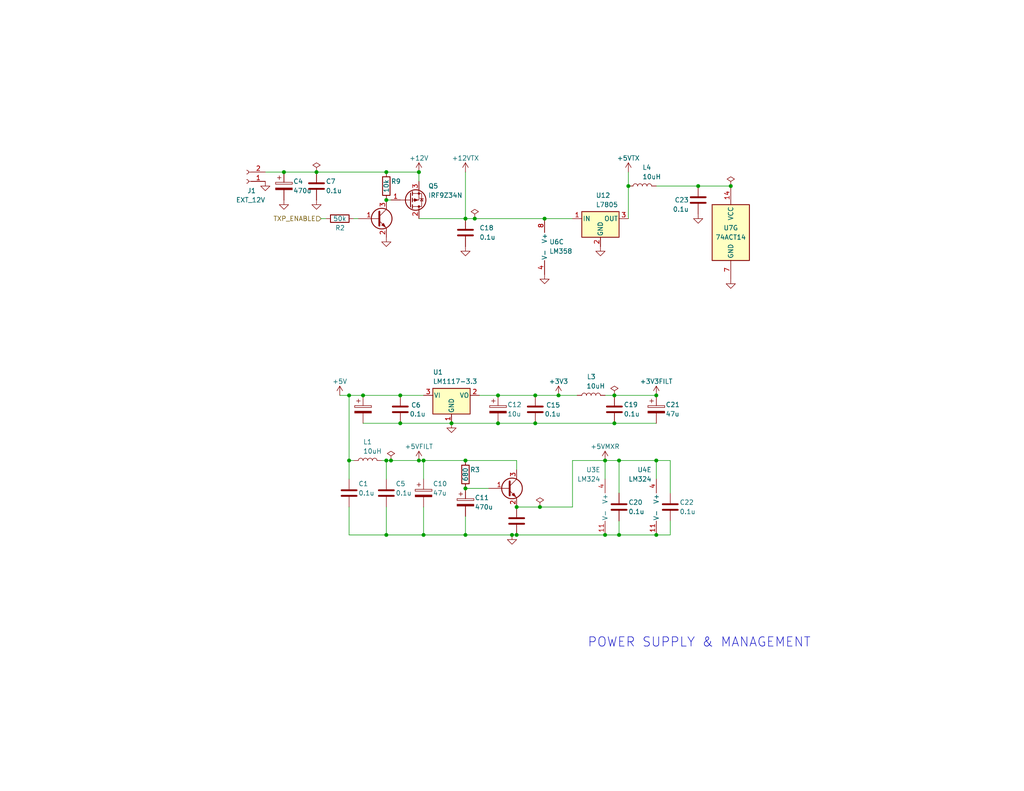
<source format=kicad_sch>
(kicad_sch (version 20231120) (generator "eeschema") (generator_version "8.0")
  (paper "USLetter")
  (title_block (title "CBModem") (date "2024-12-28") (rev "1"))
  (lib_symbols
    (symbol "74xx:74AHCT04"
      (property "Reference" "U" (at 0 1.27 0))
      (property "Value" "74AHCT04" (at 0 -1.27 0))
      (symbol "74AHCT04_1_0"
        (polyline (pts (xy -3.81 3.81) (xy -3.81 -3.81) (xy 3.81 0) (xy -3.81 3.81)) (stroke (width 0.254)) (fill (type background)))
        (pin input line (at -7.62 0 0) (length 3.81) (name "~") (number "1"))
        (pin output inverted (at 7.62 0 180) (length 3.81) (name "~") (number "2"))
      )
      (symbol "74AHCT04_2_0"
        (polyline (pts (xy -3.81 3.81) (xy -3.81 -3.81) (xy 3.81 0) (xy -3.81 3.81)) (stroke (width 0.254)) (fill (type background)))
        (pin input line (at -7.62 0 0) (length 3.81) (name "~") (number "3"))
        (pin output inverted (at 7.62 0 180) (length 3.81) (name "~") (number "4"))
      )
      (symbol "74AHCT04_3_0"
        (polyline (pts (xy -3.81 3.81) (xy -3.81 -3.81) (xy 3.81 0) (xy -3.81 3.81)) (stroke (width 0.254)) (fill (type background)))
        (pin input line (at -7.62 0 0) (length 3.81) (name "~") (number "5"))
        (pin output inverted (at 7.62 0 180) (length 3.81) (name "~") (number "6"))
      )
      (symbol "74AHCT04_4_0"
        (polyline (pts (xy -3.81 3.81) (xy -3.81 -3.81) (xy 3.81 0) (xy -3.81 3.81)) (stroke (width 0.254)) (fill (type background)))
        (pin output inverted (at 7.62 0 180) (length 3.81) (name "~") (number "8"))
        (pin input line (at -7.62 0 0) (length 3.81) (name "~") (number "9"))
      )
      (symbol "74AHCT04_5_0"
        (polyline (pts (xy -3.81 3.81) (xy -3.81 -3.81) (xy 3.81 0) (xy -3.81 3.81)) (stroke (width 0.254)) (fill (type background)))
        (pin output inverted (at 7.62 0 180) (length 3.81) (name "~") (number "10"))
        (pin input line (at -7.62 0 0) (length 3.81) (name "~") (number "11"))
      )
      (symbol "74AHCT04_6_0"
        (polyline (pts (xy -3.81 3.81) (xy -3.81 -3.81) (xy 3.81 0) (xy -3.81 3.81)) (stroke (width 0.254)) (fill (type background)))
        (pin output inverted (at 7.62 0 180) (length 3.81) (name "~") (number "12"))
        (pin input line (at -7.62 0 0) (length 3.81) (name "~") (number "13"))
      )
      (symbol "74AHCT04_7_0"
        (pin power_in line (at 0 12.7 270) (length 5.08) (name "VCC") (number "14"))
        (pin power_in line (at 0 -12.7 90) (length 5.08) (name "GND") (number "7"))
      )
      (symbol "74AHCT04_7_1"
        (rectangle (start -5.08 7.62) (end 5.08 -7.62) (stroke (width 0.254)) (fill (type background)))
      )
    )
    (symbol "Amplifier_Operational:LM324" (pin_names (offset 0.127))
      (property "Reference" "U" (at 0 5.08 0))
      (property "Value" "LM324" (at 0 -5.08 0))
      (symbol "LM324_1_1"
        (polyline (pts (xy -5.08 5.08) (xy 5.08 0) (xy -5.08 -5.08) (xy -5.08 5.08)) (stroke (width 0.254)) (fill (type background)))
        (pin output line (at 7.62 0 180) (length 2.54) (name "~") (number "1"))
        (pin input line (at -7.62 -2.54 0) (length 2.54) (name "-") (number "2"))
        (pin input line (at -7.62 2.54 0) (length 2.54) (name "+") (number "3"))
      )
      (symbol "LM324_2_1"
        (polyline (pts (xy -5.08 5.08) (xy 5.08 0) (xy -5.08 -5.08) (xy -5.08 5.08)) (stroke (width 0.254)) (fill (type background)))
        (pin input line (at -7.62 2.54 0) (length 2.54) (name "+") (number "5"))
        (pin input line (at -7.62 -2.54 0) (length 2.54) (name "-") (number "6"))
        (pin output line (at 7.62 0 180) (length 2.54) (name "~") (number "7"))
      )
      (symbol "LM324_3_1"
        (polyline (pts (xy -5.08 5.08) (xy 5.08 0) (xy -5.08 -5.08) (xy -5.08 5.08)) (stroke (width 0.254)) (fill (type background)))
        (pin input line (at -7.62 2.54 0) (length 2.54) (name "+") (number "10"))
        (pin output line (at 7.62 0 180) (length 2.54) (name "~") (number "8"))
        (pin input line (at -7.62 -2.54 0) (length 2.54) (name "-") (number "9"))
      )
      (symbol "LM324_4_1"
        (polyline (pts (xy -5.08 5.08) (xy 5.08 0) (xy -5.08 -5.08) (xy -5.08 5.08)) (stroke (width 0.254)) (fill (type background)))
        (pin input line (at -7.62 2.54 0) (length 2.54) (name "+") (number "12"))
        (pin input line (at -7.62 -2.54 0) (length 2.54) (name "-") (number "13"))
        (pin output line (at 7.62 0 180) (length 2.54) (name "~") (number "14"))
      )
      (symbol "LM324_5_1"
        (pin power_in line (at -2.54 -7.62 90) (length 3.81) (name "V-") (number "11"))
        (pin power_in line (at -2.54 7.62 270) (length 3.81) (name "V+") (number "4"))
      )
    )
    (symbol "Amplifier_Operational:LM358" (pin_names (offset 0.127))
      (property "Reference" "U" (at 0 5.08 0))
      (property "Value" "LM358" (at 0 -5.08 0))
      (symbol "LM358_1_1"
        (polyline (pts (xy -5.08 5.08) (xy 5.08 0) (xy -5.08 -5.08) (xy -5.08 5.08)) (stroke (width 0.254)) (fill (type background)))
        (pin output line (at 7.62 0 180) (length 2.54) (name "~") (number "1"))
        (pin input line (at -7.62 -2.54 0) (length 2.54) (name "-") (number "2"))
        (pin input line (at -7.62 2.54 0) (length 2.54) (name "+") (number "3"))
      )
      (symbol "LM358_2_1"
        (polyline (pts (xy -5.08 5.08) (xy 5.08 0) (xy -5.08 -5.08) (xy -5.08 5.08)) (stroke (width 0.254)) (fill (type background)))
        (pin input line (at -7.62 2.54 0) (length 2.54) (name "+") (number "5"))
        (pin input line (at -7.62 -2.54 0) (length 2.54) (name "-") (number "6"))
        (pin output line (at 7.62 0 180) (length 2.54) (name "~") (number "7"))
      )
      (symbol "LM358_3_1"
        (pin power_in line (at -2.54 -7.62 90) (length 3.81) (name "V-") (number "4"))
        (pin power_in line (at -2.54 7.62 270) (length 3.81) (name "V+") (number "8"))
      )
    )
    (symbol "Connector:Conn_01x02_Female" (pin_names (offset 1.016) hide)
      (property "Reference" "J" (at 0 2.54 0))
      (property "Value" "Conn_01x02_Female" (at 0 -5.08 0))
      (symbol "Conn_01x02_Female_1_1"
        (arc (start 0 -2.032) (mid -0.5058 -2.54) (end 0 -3.048) (stroke (width 0.1524)))
        (polyline (pts (xy -1.27 -2.54) (xy -0.508 -2.54)) (stroke (width 0.1524)))
        (polyline (pts (xy -1.27 0) (xy -0.508 0)) (stroke (width 0.1524)))
        (arc (start 0 0.508) (mid -0.5058 0) (end 0 -0.508) (stroke (width 0.1524)))
        (pin passive line (at -5.08 0 0) (length 3.81) (name "Pin_1") (number "1"))
        (pin passive line (at -5.08 -2.54 0) (length 3.81) (name "Pin_2") (number "2"))
      )
    )
    (symbol "Device:C" (pin_numbers hide) (pin_names (offset 0.254))
      (property "Reference" "C" (at 0.635 2.54 0))
      (property "Value" "C" (at 0.635 -2.54 0))
      (symbol "C_0_1"
        (polyline (pts (xy -2.032 -0.762) (xy 2.032 -0.762)) (stroke (width 0.508)))
        (polyline (pts (xy -2.032 0.762) (xy 2.032 0.762)) (stroke (width 0.508)))
      )
      (symbol "C_1_1"
        (pin passive line (at 0 3.81 270) (length 2.794) (name "~") (number "1"))
        (pin passive line (at 0 -3.81 90) (length 2.794) (name "~") (number "2"))
      )
    )
    (symbol "Device:C_Polarized" (pin_numbers hide) (pin_names (offset 0.254))
      (property "Reference" "C" (at 0.635 2.54 0))
      (property "Value" "C_Polarized" (at 0.635 -2.54 0))
      (symbol "C_Polarized_0_1"
        (rectangle (start -2.286 0.508) (end 2.286 1.016))
        (polyline (pts (xy -1.778 2.286) (xy -0.762 2.286)))
        (polyline (pts (xy -1.27 2.794) (xy -1.27 1.778)))
        (rectangle (start 2.286 -0.508) (end -2.286 -1.016) (fill (type outline)))
      )
      (symbol "C_Polarized_1_1"
        (pin passive line (at 0 3.81 270) (length 2.794) (name "~") (number "1"))
        (pin passive line (at 0 -3.81 90) (length 2.794) (name "~") (number "2"))
      )
    )
    (symbol "Device:L" (pin_numbers hide) (pin_names (offset 1.016) hide)
      (property "Reference" "L" (at -1.27 0 90))
      (property "Value" "L" (at 1.905 0 90))
      (symbol "L_0_1"
        (arc (start 0 -2.54) (mid 0.6323 -1.905) (end 0 -1.27))
        (arc (start 0 -1.27) (mid 0.6323 -0.635) (end 0 0))
        (arc (start 0 0) (mid 0.6323 0.635) (end 0 1.27))
        (arc (start 0 1.27) (mid 0.6323 1.905) (end 0 2.54))
      )
      (symbol "L_1_1"
        (pin passive line (at 0 3.81 270) (length 1.27) (name "1") (number "1"))
        (pin passive line (at 0 -3.81 90) (length 1.27) (name "2") (number "2"))
      )
    )
    (symbol "Device:Q_NPN_BEC" (pin_names (offset 0) hide)
      (property "Reference" "Q" (at 5.08 1.27 0))
      (property "Value" "Q_NPN_BEC" (at 5.08 -1.27 0))
      (symbol "Q_NPN_BEC_0_1"
        (polyline (pts (xy 0.635 0.635) (xy 2.54 2.54)))
        (polyline (pts (xy 0.635 -0.635) (xy 2.54 -2.54) (xy 2.54 -2.54)))
        (polyline (pts (xy 0.635 1.905) (xy 0.635 -1.905) (xy 0.635 -1.905)) (stroke (width 0.508)))
        (polyline (pts (xy 1.27 -1.778) (xy 1.778 -1.27) (xy 2.286 -2.286) (xy 1.27 -1.778) (xy 1.27 -1.778)) (fill (type outline)))
        (circle (center 1.27 0) (radius 2.8194) (stroke (width 0.254)))
      )
      (symbol "Q_NPN_BEC_1_1"
        (pin input line (at -5.08 0 0) (length 5.715) (name "B") (number "1"))
        (pin passive line (at 2.54 -5.08 90) (length 2.54) (name "E") (number "2"))
        (pin passive line (at 2.54 5.08 270) (length 2.54) (name "C") (number "3"))
      )
    )
    (symbol "Device:Q_PMOS_GDS" (pin_names (offset 0) hide)
      (property "Reference" "Q" (at 5.08 1.27 0))
      (property "Value" "Q_PMOS_GDS" (at 5.08 -1.27 0))
      (symbol "Q_PMOS_GDS_0_1"
        (polyline (pts (xy 0.254 0) (xy -2.54 0)))
        (polyline (pts (xy 0.254 1.905) (xy 0.254 -1.905)) (stroke (width 0.254)))
        (polyline (pts (xy 0.762 -1.27) (xy 0.762 -2.286)) (stroke (width 0.254)))
        (polyline (pts (xy 0.762 0.508) (xy 0.762 -0.508)) (stroke (width 0.254)))
        (polyline (pts (xy 0.762 2.286) (xy 0.762 1.27)) (stroke (width 0.254)))
        (polyline (pts (xy 2.54 2.54) (xy 2.54 1.778)))
        (polyline (pts (xy 2.54 -2.54) (xy 2.54 0) (xy 0.762 0)))
        (polyline (pts (xy 0.762 1.778) (xy 3.302 1.778) (xy 3.302 -1.778) (xy 0.762 -1.778)))
        (polyline (pts (xy 2.286 0) (xy 1.27 0.381) (xy 1.27 -0.381) (xy 2.286 0)) (fill (type outline)))
        (polyline (pts (xy 2.794 -0.508) (xy 2.921 -0.381) (xy 3.683 -0.381) (xy 3.81 -0.254)))
        (polyline (pts (xy 3.302 -0.381) (xy 2.921 0.254) (xy 3.683 0.254) (xy 3.302 -0.381)))
        (circle (center 1.651 0) (radius 2.794) (stroke (width 0.254)))
        (circle (center 2.54 -1.778) (radius 0.254) (fill (type outline)))
        (circle (center 2.54 1.778) (radius 0.254) (fill (type outline)))
      )
      (symbol "Q_PMOS_GDS_1_1"
        (pin input line (at -5.08 0 0) (length 2.54) (name "G") (number "1"))
        (pin passive line (at 2.54 5.08 270) (length 2.54) (name "D") (number "2"))
        (pin passive line (at 2.54 -5.08 90) (length 2.54) (name "S") (number "3"))
      )
    )
    (symbol "Device:R" (pin_numbers hide) (pin_names (offset 0))
      (property "Reference" "R" (at 2.032 0 90))
      (property "Value" "R" (at 0 0 90))
      (symbol "R_0_1"
        (rectangle (start -1.016 -2.54) (end 1.016 2.54) (stroke (width 0.254)))
      )
      (symbol "R_1_1"
        (pin passive line (at 0 3.81 270) (length 1.27) (name "~") (number "1"))
        (pin passive line (at 0 -3.81 90) (length 1.27) (name "~") (number "2"))
      )
    )
    (symbol "Regulator_Linear:L7805" (pin_names (offset 0.254))
      (property "Reference" "U" (at -3.81 3.175 0))
      (property "Value" "L7805" (at 0 3.175 0))
      (symbol "L7805_0_1"
        (rectangle (start -5.08 1.905) (end 5.08 -5.08) (stroke (width 0.254)) (fill (type background)))
      )
      (symbol "L7805_1_1"
        (pin power_in line (at -7.62 0 0) (length 2.54) (name "IN") (number "1"))
        (pin power_in line (at 0 -7.62 90) (length 2.54) (name "GND") (number "2"))
        (pin power_out line (at 7.62 0 180) (length 2.54) (name "OUT") (number "3"))
      )
    )
    (symbol "Regulator_Linear:LM1117-3.3" (pin_names (offset 0.254))
      (property "Reference" "U" (at -3.81 3.175 0))
      (property "Value" "LM1117-3.3" (at 0 3.175 0))
      (symbol "LM1117-3.3_0_1"
        (rectangle (start -5.08 -5.08) (end 5.08 1.905) (stroke (width 0.254)) (fill (type background)))
      )
      (symbol "LM1117-3.3_1_1"
        (pin power_in line (at 0 -7.62 90) (length 2.54) (name "GND") (number "1"))
        (pin power_out line (at 7.62 0 180) (length 2.54) (name "VO") (number "2"))
        (pin power_in line (at -7.62 0 0) (length 2.54) (name "VI") (number "3"))
      )
    )
    (symbol "communicator_27mhz_custom:+12VTX" (power) (pin_names (offset 0))
      (property "Value" "+12VTX" (at 0 3.556 0))
      (symbol "+12VTX_0_1"
        (polyline (pts (xy -0.762 1.27) (xy 0 2.54)))
        (polyline (pts (xy 0 0) (xy 0 2.54)))
        (polyline (pts (xy 0 2.54) (xy 0.762 1.27)))
      )
      (symbol "+12VTX_1_1"
        (pin power_in line (at 0 0 90) (length 0) hide (name "+12VTX") (number "1"))
      )
    )
    (symbol "communicator_27mhz_custom:+3V3FILT" (power) (pin_names (offset 0))
      (property "Value" "+3V3FILT" (at 0 3.556 0))
      (symbol "+3V3FILT_0_1"
        (polyline (pts (xy -0.762 1.27) (xy 0 2.54)))
        (polyline (pts (xy 0 0) (xy 0 2.54)))
        (polyline (pts (xy 0 2.54) (xy 0.762 1.27)))
      )
      (symbol "+3V3FILT_1_1"
        (pin power_in line (at 0 0 90) (length 0) hide (name "+3V3FILT") (number "1"))
      )
    )
    (symbol "communicator_27mhz_custom:+5VFILT" (power) (pin_names (offset 0))
      (property "Value" "+5VFILT" (at 0 3.556 0))
      (symbol "+5VFILT_0_1"
        (polyline (pts (xy -0.762 1.27) (xy 0 2.54)))
        (polyline (pts (xy 0 0) (xy 0 2.54)))
        (polyline (pts (xy 0 2.54) (xy 0.762 1.27)))
      )
      (symbol "+5VFILT_1_1"
        (pin power_in line (at 0 0 90) (length 0) hide (name "+5VFILT") (number "1"))
      )
    )
    (symbol "communicator_27mhz_custom:+5VMXR" (power) (pin_names (offset 0))
      (property "Value" "+5VMXR" (at 0 3.556 0))
      (symbol "+5VMXR_0_1"
        (polyline (pts (xy -0.762 1.27) (xy 0 2.54)))
        (polyline (pts (xy 0 0) (xy 0 2.54)))
        (polyline (pts (xy 0 2.54) (xy 0.762 1.27)))
      )
      (symbol "+5VMXR_1_1"
        (pin power_in line (at 0 0 90) (length 0) hide (name "+5VMXR") (number "1"))
      )
    )
    (symbol "communicator_27mhz_custom:+5VTX" (power) (pin_names (offset 0))
      (property "Value" "+5VTX" (at 0 3.556 0))
      (symbol "+5VTX_0_1"
        (polyline (pts (xy -0.762 1.27) (xy 0 2.54)))
        (polyline (pts (xy 0 0) (xy 0 2.54)))
        (polyline (pts (xy 0 2.54) (xy 0.762 1.27)))
      )
      (symbol "+5VTX_1_1"
        (pin power_in line (at 0 0 90) (length 0) hide (name "+5VTX") (number "1"))
      )
    )
    (symbol "power:+12V" (power) (pin_names (offset 0))
      (property "Value" "+12V" (at 0 3.556 0))
      (symbol "+12V_0_1"
        (polyline (pts (xy -0.762 1.27) (xy 0 2.54)))
        (polyline (pts (xy 0 0) (xy 0 2.54)))
        (polyline (pts (xy 0 2.54) (xy 0.762 1.27)))
      )
      (symbol "+12V_1_1"
        (pin power_in line (at 0 0 90) (length 0) hide (name "+12V") (number "1"))
      )
    )
    (symbol "power:+3V3" (power) (pin_names (offset 0))
      (property "Value" "+3V3" (at 0 3.556 0))
      (symbol "+3V3_0_1"
        (polyline (pts (xy -0.762 1.27) (xy 0 2.54)))
        (polyline (pts (xy 0 0) (xy 0 2.54)))
        (polyline (pts (xy 0 2.54) (xy 0.762 1.27)))
      )
      (symbol "+3V3_1_1"
        (pin power_in line (at 0 0 90) (length 0) hide (name "+3V3") (number "1"))
      )
    )
    (symbol "power:+5V" (power) (pin_names (offset 0))
      (property "Value" "+5V" (at 0 3.556 0))
      (symbol "+5V_0_1"
        (polyline (pts (xy -0.762 1.27) (xy 0 2.54)))
        (polyline (pts (xy 0 0) (xy 0 2.54)))
        (polyline (pts (xy 0 2.54) (xy 0.762 1.27)))
      )
      (symbol "+5V_1_1"
        (pin power_in line (at 0 0 90) (length 0) hide (name "+5V") (number "1"))
      )
    )
    (symbol "power:GND" (power) (pin_names (offset 0))
      (property "Value" "GND" (at 0 -3.81 0))
      (symbol "GND_0_1"
        (polyline (pts (xy 0 0) (xy 0 -1.27) (xy 1.27 -1.27) (xy 0 -2.54) (xy -1.27 -1.27) (xy 0 -1.27)))
      )
      (symbol "GND_1_1"
        (pin power_in line (at 0 0 270) (length 0) hide (name "GND") (number "1"))
      )
    )
    (symbol "power:PWR_FLAG" (power) (pin_numbers hide) (pin_names (offset 0) hide)
      (property "Value" "PWR_FLAG" (at 0 3.81 0))
      (symbol "PWR_FLAG_0_0"
        (pin power_out line (at 0 0 90) (length 0) (name "pwr") (number "1"))
      )
      (symbol "PWR_FLAG_0_1"
        (polyline (pts (xy 0 0) (xy 0 1.27) (xy -1.016 1.905) (xy 0 2.54) (xy 1.016 1.905) (xy 0 1.27)))
      )
    )
  )
  (junction (at 179.07 125.73))
  (junction (at 167.64 107.95))
  (junction (at 109.22 107.95))
  (junction (at 105.41 54.61))
  (junction (at 179.07 146.05))
  (junction (at 95.25 125.73))
  (junction (at 115.57 146.05))
  (junction (at 106.68 125.73))
  (junction (at 127 146.05))
  (junction (at 114.3 125.73))
  (junction (at 135.89 107.95))
  (junction (at 199.39 50.8))
  (junction (at 127 59.69))
  (junction (at 77.47 46.99))
  (junction (at 140.97 138.43))
  (junction (at 165.1 146.05))
  (junction (at 168.91 125.73))
  (junction (at 152.4 107.95))
  (junction (at 146.05 107.95))
  (junction (at 127 133.35))
  (junction (at 105.41 46.99))
  (junction (at 139.7 146.05))
  (junction (at 95.25 107.95))
  (junction (at 105.41 146.05))
  (junction (at 140.97 146.05))
  (junction (at 105.41 125.73))
  (junction (at 114.3 46.99))
  (junction (at 168.91 146.05))
  (junction (at 127 125.73))
  (junction (at 115.57 125.73))
  (junction (at 99.06 107.95))
  (junction (at 147.32 138.43))
  (junction (at 171.45 50.8))
  (junction (at 165.1 125.73))
  (junction (at 167.64 115.57))
  (junction (at 190.5 50.8))
  (junction (at 148.59 59.69))
  (junction (at 129.54 59.69))
  (junction (at 86.36 46.99))
  (junction (at 179.07 107.95))
  (junction (at 123.19 115.57))
  (junction (at 109.22 115.57))
  (junction (at 146.05 115.57))
  (junction (at 135.89 115.57))
  (wire (pts (xy 72.39 46.99) (xy 77.47 46.99)))
  (wire (pts (xy 96.52 59.69) (xy 97.79 59.69)))
  (wire (pts (xy 165.1 125.73) (xy 165.1 130.81)))
  (wire (pts (xy 115.57 146.05) (xy 127 146.05)))
  (wire (pts (xy 171.45 46.99) (xy 171.45 50.8)))
  (wire (pts (xy 140.97 146.05) (xy 165.1 146.05)))
  (wire (pts (xy 114.3 46.99) (xy 114.3 49.53)))
  (wire (pts (xy 179.07 125.73) (xy 179.07 130.81)))
  (wire (pts (xy 152.4 107.95) (xy 157.48 107.95)))
  (wire (pts (xy 106.68 125.73) (xy 114.3 125.73)))
  (wire (pts (xy 114.3 59.69) (xy 127 59.69)))
  (wire (pts (xy 105.41 125.73) (xy 106.68 125.73)))
  (wire (pts (xy 179.07 146.05) (xy 182.88 146.05)))
  (wire (pts (xy 156.21 138.43) (xy 156.21 125.73)))
  (wire (pts (xy 114.3 125.73) (xy 115.57 125.73)))
  (wire (pts (xy 182.88 142.24) (xy 182.88 146.05)))
  (wire (pts (xy 77.47 46.99) (xy 86.36 46.99)))
  (wire (pts (xy 168.91 146.05) (xy 179.07 146.05)))
  (wire (pts (xy 182.88 125.73) (xy 182.88 134.62)))
  (wire (pts (xy 135.89 107.95) (xy 146.05 107.95)))
  (wire (pts (xy 115.57 138.43) (xy 115.57 146.05)))
  (wire (pts (xy 168.91 142.24) (xy 168.91 146.05)))
  (wire (pts (xy 123.19 115.57) (xy 135.89 115.57)))
  (wire (pts (xy 95.25 125.73) (xy 95.25 107.95)))
  (wire (pts (xy 179.07 50.8) (xy 190.5 50.8)))
  (wire (pts (xy 87.63 59.69) (xy 88.9 59.69)))
  (wire (pts (xy 105.41 125.73) (xy 104.14 125.73)))
  (wire (pts (xy 109.22 107.95) (xy 115.57 107.95)))
  (wire (pts (xy 129.54 59.69) (xy 127 59.69)))
  (wire (pts (xy 148.59 59.69) (xy 129.54 59.69)))
  (wire (pts (xy 168.91 125.73) (xy 168.91 134.62)))
  (wire (pts (xy 115.57 130.81) (xy 115.57 125.73)))
  (wire (pts (xy 105.41 146.05) (xy 105.41 138.43)))
  (wire (pts (xy 99.06 115.57) (xy 109.22 115.57)))
  (wire (pts (xy 99.06 107.95) (xy 109.22 107.95)))
  (wire (pts (xy 127 46.99) (xy 127 59.69)))
  (wire (pts (xy 127 133.35) (xy 133.35 133.35)))
  (wire (pts (xy 156.21 125.73) (xy 165.1 125.73)))
  (wire (pts (xy 127 140.97) (xy 127 146.05)))
  (wire (pts (xy 95.25 107.95) (xy 99.06 107.95)))
  (wire (pts (xy 127 146.05) (xy 139.7 146.05)))
  (wire (pts (xy 95.25 125.73) (xy 96.52 125.73)))
  (wire (pts (xy 105.41 54.61) (xy 106.68 54.61)))
  (wire (pts (xy 139.7 146.05) (xy 140.97 146.05)))
  (wire (pts (xy 135.89 115.57) (xy 146.05 115.57)))
  (wire (pts (xy 179.07 125.73) (xy 182.88 125.73)))
  (wire (pts (xy 130.81 107.95) (xy 135.89 107.95)))
  (wire (pts (xy 165.1 146.05) (xy 168.91 146.05)))
  (wire (pts (xy 147.32 138.43) (xy 140.97 138.43)))
  (wire (pts (xy 165.1 107.95) (xy 167.64 107.95)))
  (wire (pts (xy 146.05 115.57) (xy 167.64 115.57)))
  (wire (pts (xy 105.41 46.99) (xy 114.3 46.99)))
  (wire (pts (xy 105.41 130.81) (xy 105.41 125.73)))
  (wire (pts (xy 167.64 107.95) (xy 179.07 107.95)))
  (wire (pts (xy 168.91 125.73) (xy 179.07 125.73)))
  (wire (pts (xy 105.41 146.05) (xy 115.57 146.05)))
  (wire (pts (xy 95.25 130.81) (xy 95.25 125.73)))
  (wire (pts (xy 95.25 146.05) (xy 105.41 146.05)))
  (wire (pts (xy 86.36 46.99) (xy 105.41 46.99)))
  (wire (pts (xy 147.32 138.43) (xy 156.21 138.43)))
  (wire (pts (xy 123.19 115.57) (xy 109.22 115.57)))
  (wire (pts (xy 165.1 125.73) (xy 168.91 125.73)))
  (wire (pts (xy 146.05 107.95) (xy 152.4 107.95)))
  (wire (pts (xy 190.5 50.8) (xy 199.39 50.8)))
  (wire (pts (xy 140.97 125.73) (xy 140.97 128.27)))
  (wire (pts (xy 127 125.73) (xy 140.97 125.73)))
  (wire (pts (xy 156.21 59.69) (xy 148.59 59.69)))
  (wire (pts (xy 167.64 115.57) (xy 179.07 115.57)))
  (wire (pts (xy 92.71 107.95) (xy 95.25 107.95)))
  (wire (pts (xy 95.25 146.05) (xy 95.25 138.43)))
  (wire (pts (xy 115.57 125.73) (xy 127 125.73)))
  (wire (pts (xy 171.45 50.8) (xy 171.45 59.69)))
  (text "POWER SUPPLY & MANAGEMENT" (at 160.274 173.99 0) (effects (font (size 2.54 2.54)) (justify left top)))
  (hierarchical_label "TXP_ENABLE" (shape input) (at 87.63 59.69 180))
  (symbol (lib_id "Device:C") (at 168.91 138.43 0) (unit 1)
    (property "Reference" "C20" (at 171.45 137.16 0) (effects (justify left)))
    (property "Value" "0.1u" (at 171.45 139.7 0) (effects (justify left)))
    (property "Footprint" "Capacitor_SMD:C_0805_2012Metric_Pad1.18x1.45mm_HandSolder" (effects (hide yes)))
  )
  (symbol (lib_id "Device:L") (at 175.26 50.8 90) (unit 1)
    (property "Reference" "L4" (at 175.26 45.72 90) (effects (justify right)))
    (property "Value" "10uH" (at 175.26 48.26 90) (effects (justify right)))
    (property "Footprint" "Inductor_SMD:L_0805_2012Metric_Pad1.15x1.40mm_HandSolder" (effects (hide yes)))
  )
  (symbol (lib_id "Device:Q_PMOS_GDS") (at 111.76 54.61 0) (mirror x) (unit 1)
    (property "Reference" "Q5" (at 116.84 50.8 0) (effects (justify left)))
    (property "Value" "IRF9Z34N" (at 116.84 53.34 0) (effects (justify left)))
    (property "Footprint" "Package_TO_SOT_THT:TO-220-3_Vertical" (effects (hide yes)))
  )
  (symbol (lib_id "Amplifier_Operational:LM358") (at 151.13 67.31 0) (unit 3)
    (property "Reference" "U6" (at 149.86 66.0399 0) (effects (justify left)))
    (property "Value" "LM358" (at 149.86 68.5799 0) (effects (justify left)))
    (property "Datasheet" "http://www.ti.com/lit/ds/symlink/lm2904-n.pdf" (effects (hide yes)))
  )
  (symbol (lib_id "power:PWR_FLAG") (at 106.68 125.73 0) (unit 1)
    (property "Reference" "#FLG01" (effects (hide yes)))
    (property "Value" "PWR_FLAG" (effects (hide yes)))
  )
  (symbol (lib_id "power:GND") (at 163.83 67.31 0) (mirror y) (unit 1)
    (property "Reference" "#PWR032" (effects (hide yes)))
    (property "Value" "GND" (effects (hide yes)))
  )
  (symbol (lib_id "power:GND") (at 190.5 58.42 0) (mirror y) (unit 1)
    (property "Reference" "#PWR034" (effects (hide yes)))
    (property "Value" "GND" (effects (hide yes)))
  )
  (symbol (lib_id "Connector:Conn_01x02_Female") (at 67.31 49.53 180) (unit 1)
    (property "Reference" "J1" (at 69.85 52.07 0) (effects (justify left)))
    (property "Value" "EXT_12V" (at 72.39 54.61 0) (effects (justify left)))
    (property "Footprint" "Connector_Phoenix_MC_HighVoltage:PhoenixContact_MC_1,5_2-G-5.08_1x02_P5.08mm_Horizontal" (effects (hide yes)))
  )
  (symbol (lib_id "Device:C") (at 140.97 142.24 180) (unit 1)
    (property "Reference" "C14" (effects (hide yes)))
    (property "Value" "0.1u" (effects (hide yes)))
    (property "Footprint" "Capacitor_SMD:C_0805_2012Metric_Pad1.18x1.45mm_HandSolder" (effects (hide yes)))
  )
  (symbol (lib_id "Device:C") (at 146.05 111.76 0) (unit 1)
    (property "Reference" "C15" (at 148.971 110.5916 0) (effects (justify left)))
    (property "Value" "0.1u" (at 148.59 113.03 0) (effects (justify left)))
    (property "Footprint" "Capacitor_SMD:C_0805_2012Metric_Pad1.18x1.45mm_HandSolder" (effects (hide yes)))
  )
  (symbol (lib_id "power:+5V") (at 92.71 107.95 0) (unit 1)
    (property "Reference" "#PWR01" (effects (hide yes)))
    (property "Value" "+5V" (at 92.71 104.14 0))
  )
  (symbol (lib_id "power:PWR_FLAG") (at 167.64 107.95 0) (unit 1)
    (property "Reference" "#FLG06" (effects (hide yes)))
    (property "Value" "PWR_FLAG" (effects (hide yes)))
  )
  (symbol (lib_id "communicator_27mhz_custom:+5VTX") (at 171.45 46.99 0) (unit 1)
    (property "Reference" "#PWR033" (effects (hide yes)))
    (property "Value" "+5VTX" (at 171.45 43.18 0))
  )
  (symbol (lib_id "power:GND") (at 77.47 54.61 0) (unit 1)
    (property "Reference" "#PWR05" (effects (hide yes)))
    (property "Value" "GND" (effects (hide yes)))
  )
  (symbol (lib_id "communicator_27mhz_custom:+3V3FILT") (at 179.07 107.95 0) (unit 1)
    (property "Reference" "#PWR029" (effects (hide yes)))
    (property "Value" "+3V3FILT" (at 179.07 104.14 0))
  )
  (symbol (lib_id "Amplifier_Operational:LM324") (at 167.64 138.43 0) (unit 5)
    (property "Reference" "U3" (at 163.83 128.27 0) (effects (justify right)))
    (property "Value" "LM324" (at 163.83 130.81 0) (effects (justify right)))
    (property "Footprint" "Package_SO:SOIC-14_3.9x8.7mm_P1.27mm" (effects (hide yes)))
    (property "Datasheet" "http://www.ti.com/lit/ds/symlink/lm2902-n.pdf" (effects (hide yes)))
  )
  (symbol (lib_id "power:GND") (at 139.7 146.05 0) (mirror y) (unit 1)
    (property "Reference" "#PWR014" (effects (hide yes)))
    (property "Value" "GND" (effects (hide yes)))
  )
  (symbol (lib_id "power:GND") (at 127 67.31 0) (mirror y) (unit 1)
    (property "Reference" "#PWR026" (effects (hide yes)))
    (property "Value" "GND" (effects (hide yes)))
  )
  (symbol (lib_id "power:+3V3") (at 152.4 107.95 0) (unit 1)
    (property "Reference" "#PWR021" (effects (hide yes)))
    (property "Value" "+3V3" (at 152.4 104.14 0))
  )
  (symbol (lib_id "communicator_27mhz_custom:+5VFILT") (at 114.3 125.73 0) (unit 1)
    (property "Reference" "#PWR010" (effects (hide yes)))
    (property "Value" "+5VFILT" (at 114.3 121.92 0))
  )
  (symbol (lib_id "power:GND") (at 86.36 54.61 0) (unit 1)
    (property "Reference" "#PWR06" (effects (hide yes)))
    (property "Value" "GND" (effects (hide yes)))
  )
  (symbol (lib_id "power:GND") (at 72.39 49.53 0) (unit 1)
    (property "Reference" "#PWR03" (effects (hide yes)))
    (property "Value" "GND" (effects (hide yes)))
  )
  (symbol (lib_id "power:GND") (at 199.39 76.2 0) (mirror y) (unit 1)
    (property "Reference" "#PWR052" (effects (hide yes)))
    (property "Value" "GND" (effects (hide yes)))
  )
  (symbol (lib_id "Device:L") (at 100.33 125.73 90) (unit 1)
    (property "Reference" "L1" (at 99.06 120.65 90) (effects (justify right)))
    (property "Value" "10uH" (at 99.06 123.19 90) (effects (justify right)))
    (property "Footprint" "Inductor_SMD:L_0805_2012Metric_Pad1.15x1.40mm_HandSolder" (effects (hide yes)))
  )
  (symbol (lib_id "Amplifier_Operational:LM324") (at 176.53 138.43 0) (mirror y) (unit 5)
    (property "Reference" "U4" (at 177.8 128.27 0) (effects (justify left)))
    (property "Value" "LM324" (at 177.8 130.81 0) (effects (justify left)))
    (property "Footprint" "Package_SO:SOIC-14_3.9x8.7mm_P1.27mm" (effects (hide yes)))
    (property "Datasheet" "http://www.ti.com/lit/ds/symlink/lm2902-n.pdf" (effects (hide yes)))
  )
  (symbol (lib_id "Device:C") (at 109.22 111.76 0) (unit 1)
    (property "Reference" "C6" (at 112.141 110.5916 0) (effects (justify left)))
    (property "Value" "0.1u" (at 111.76 113.03 0) (effects (justify left)))
    (property "Footprint" "Capacitor_SMD:C_0805_2012Metric_Pad1.18x1.45mm_HandSolder" (effects (hide yes)))
  )
  (symbol (lib_id "Device:C") (at 167.64 111.76 180) (unit 1)
    (property "Reference" "C19" (at 170.18 110.49 0) (effects (justify right)))
    (property "Value" "0.1u" (at 170.18 113.03 0) (effects (justify right)))
    (property "Footprint" "Capacitor_SMD:C_0805_2012Metric_Pad1.18x1.45mm_HandSolder" (effects (hide yes)))
  )
  (symbol (lib_id "Device:C") (at 105.41 134.62 0) (unit 1)
    (property "Reference" "C5" (at 107.95 132.08 0) (effects (justify left)))
    (property "Value" "0.1u" (at 107.95 134.62 0) (effects (justify left)))
    (property "Footprint" "Capacitor_SMD:C_0805_2012Metric_Pad1.18x1.45mm_HandSolder" (effects (hide yes)))
  )
  (symbol (lib_id "Device:C") (at 86.36 50.8 0) (unit 1)
    (property "Reference" "C7" (at 88.9 49.53 0) (effects (justify left)))
    (property "Value" "0.1u" (at 88.9 52.07 0) (effects (justify left)))
    (property "Footprint" "Capacitor_SMD:C_0805_2012Metric_Pad1.18x1.45mm_HandSolder" (effects (hide yes)))
  )
  (symbol (lib_id "Device:R") (at 105.41 50.8 0) (unit 1)
    (property "Reference" "R9" (at 106.68 49.53 0) (effects (justify left)))
    (property "Value" "10k" (at 105.41 50.8 90))
    (property "Footprint" "Resistor_SMD:R_0805_2012Metric_Pad1.20x1.40mm_HandSolder" (effects (hide yes)))
  )
  (symbol (lib_id "Device:C") (at 95.25 134.62 0) (unit 1)
    (property "Reference" "C1" (at 97.79 132.08 0) (effects (justify left)))
    (property "Value" "0.1u" (at 97.79 134.62 0) (effects (justify left)))
    (property "Footprint" "Capacitor_SMD:C_0805_2012Metric_Pad1.18x1.45mm_HandSolder" (effects (hide yes)))
  )
  (symbol (lib_id "Device:Q_NPN_BEC") (at 102.87 59.69 0) (unit 1)
    (property "Reference" "Q1" (effects (hide yes)))
    (property "Value" "MMBT2222A" (effects (hide yes)))
    (property "Footprint" "Package_TO_SOT_SMD:SOT-23" (effects (hide yes)))
  )
  (symbol (lib_id "Device:R") (at 92.71 59.69 270) (unit 1)
    (property "Reference" "R2" (at 91.44 62.23 90) (effects (justify left)))
    (property "Value" "50k" (at 92.71 59.69 90))
    (property "Footprint" "Resistor_SMD:R_0805_2012Metric_Pad1.20x1.40mm_HandSolder" (effects (hide yes)))
  )
  (symbol (lib_id "power:GND") (at 105.41 64.77 0) (unit 1)
    (property "Reference" "#PWR013" (effects (hide yes)))
    (property "Value" "GND" (effects (hide yes)))
  )
  (symbol (lib_id "Device:C") (at 190.5 54.61 0) (mirror y) (unit 1)
    (property "Reference" "C23" (at 187.96 54.61 0) (effects (justify left)))
    (property "Value" "0.1u" (at 187.96 57.15 0) (effects (justify left)))
    (property "Footprint" "Capacitor_SMD:C_0805_2012Metric_Pad1.18x1.45mm_HandSolder" (effects (hide yes)))
  )
  (symbol (lib_id "Device:C") (at 182.88 138.43 0) (unit 1)
    (property "Reference" "C22" (at 185.42 137.16 0) (effects (justify left)))
    (property "Value" "0.1u" (at 185.42 139.7 0) (effects (justify left)))
    (property "Footprint" "Capacitor_SMD:C_0805_2012Metric_Pad1.18x1.45mm_HandSolder" (effects (hide yes)))
  )
  (symbol (lib_id "power:GND") (at 148.59 74.93 0) (mirror y) (unit 1)
    (property "Reference" "#PWR028" (effects (hide yes)))
    (property "Value" "GND" (effects (hide yes)))
  )
  (symbol (lib_id "power:GND") (at 123.19 115.57 0) (unit 1)
    (property "Reference" "#PWR012" (effects (hide yes)))
    (property "Value" "GND" (effects (hide yes)))
  )
  (symbol (lib_id "Device:C_Polarized") (at 179.07 111.76 0) (unit 1)
    (property "Reference" "C21" (at 181.61 110.49 0) (effects (justify left)))
    (property "Value" "47u" (at 181.61 113.03 0) (effects (justify left)))
    (property "Footprint" "Capacitor_THT:CP_Radial_D5.0mm_P2.00mm" (effects (hide yes)))
  )
  (symbol (lib_id "Device:C_Polarized") (at 115.57 134.62 0) (unit 1)
    (property "Reference" "C10" (at 118.11 132.08 0) (effects (justify left)))
    (property "Value" "47u" (at 118.11 134.62 0) (effects (justify left)))
    (property "Footprint" "Capacitor_THT:CP_Radial_D5.0mm_P2.00mm" (effects (hide yes)))
  )
  (symbol (lib_id "communicator_27mhz_custom:+12VTX") (at 127 46.99 0) (unit 1)
    (property "Reference" "#PWR022" (effects (hide yes)))
    (property "Value" "+12VTX" (at 127 43.18 0))
  )
  (symbol (lib_id "Device:Q_NPN_BEC") (at 138.43 133.35 0) (unit 1)
    (property "Reference" "Q2" (effects (hide yes)))
    (property "Value" "MMBT2222A" (effects (hide yes)))
    (property "Footprint" "Package_TO_SOT_SMD:SOT-23" (effects (hide yes)))
  )
  (symbol (lib_id "74xx:74AHCT04") (at 199.39 63.5 0) (mirror y) (unit 7)
    (property "Reference" "U7" (at 199.39 62.23 0))
    (property "Value" "74ACT14" (at 199.39 64.77 0))
    (property "Footprint" "Package_DIP:DIP-14_W7.62mm_Socket_LongPads" (effects (hide yes)))
    (property "Datasheet" "https://www.mouser.com/datasheet/2/149/74ACT14-1006522.pdf" (effects (hide yes)))
  )
  (symbol (lib_id "Device:C") (at 127 63.5 0) (mirror y) (unit 1)
    (property "Reference" "C18" (at 130.81 62.23 0) (effects (justify right)))
    (property "Value" "0.1u" (at 130.81 64.77 0) (effects (justify right)))
    (property "Footprint" "Capacitor_SMD:C_0805_2012Metric_Pad1.18x1.45mm_HandSolder" (effects (hide yes)))
  )
  (symbol (lib_id "Regulator_Linear:L7805") (at 163.83 59.69 0) (unit 1)
    (property "Reference" "U12" (at 162.56 53.34 0) (effects (justify left)))
    (property "Value" "L7805" (at 162.56 55.88 0) (effects (justify left)))
    (property "Footprint" "Package_TO_SOT_THT:TO-220-3_Vertical" (effects (hide yes)))
    (property "Datasheet" "http://www.st.com/content/ccc/resource/technical/document/datasheet/41/4f/b3/b0/12/d4/47/88/CD00000444.pdf/files/CD00000444.pdf/jcr:content/translations/en.CD00000444.pdf" (effects (hide yes)))
  )
  (symbol (lib_id "Device:C_Polarized") (at 99.06 111.76 0) (unit 1)
    (property "Reference" "C2" (effects (hide yes)))
    (property "Value" "47u" (effects (hide yes)))
    (property "Footprint" "Capacitor_THT:CP_Radial_D5.0mm_P2.00mm" (effects (hide yes)))
  )
  (symbol (lib_id "power:PWR_FLAG") (at 129.54 59.69 0) (unit 1)
    (property "Reference" "#FLG05" (effects (hide yes)))
    (property "Value" "PWR_FLAG" (effects (hide yes)))
  )
  (symbol (lib_id "Device:C_Polarized") (at 135.89 111.76 0) (unit 1)
    (property "Reference" "C12" (at 138.43 110.49 0) (effects (justify left)))
    (property "Value" "10u" (at 138.43 113.03 0) (effects (justify left)))
    (property "Footprint" "Capacitor_THT:CP_Radial_D5.0mm_P2.00mm" (effects (hide yes)))
  )
  (symbol (lib_id "Device:L") (at 161.29 107.95 90) (unit 1)
    (property "Reference" "L3" (at 162.56 102.87 90) (effects (justify left)))
    (property "Value" "10uH" (at 165.1 105.41 90) (effects (justify left)))
    (property "Footprint" "Inductor_SMD:L_0805_2012Metric_Pad1.15x1.40mm_HandSolder" (effects (hide yes)))
  )
  (symbol (lib_id "Regulator_Linear:LM1117-3.3") (at 123.19 107.95 0) (unit 1)
    (property "Reference" "U1" (at 118.11 101.6 0) (effects (justify left)))
    (property "Value" "LM1117-3.3" (at 118.11 104.14 0) (effects (justify left)))
    (property "Footprint" "Package_TO_SOT_THT:TO-220-3_Vertical" (effects (hide yes)))
    (property "Datasheet" "http://www.ti.com/lit/ds/symlink/lm1117.pdf" (effects (hide yes)))
  )
  (symbol (lib_id "power:PWR_FLAG") (at 86.36 46.99 0) (unit 1)
    (property "Reference" "#FLG02" (effects (hide yes)))
    (property "Value" "PWR_FLAG" (effects (hide yes)))
  )
  (symbol (lib_id "power:PWR_FLAG") (at 147.32 138.43 0) (unit 1)
    (property "Reference" "#FLG04" (effects (hide yes)))
    (property "Value" "PWR_FLAG" (effects (hide yes)))
  )
  (symbol (lib_id "power:PWR_FLAG") (at 199.39 50.8 0) (unit 1)
    (property "Reference" "#FLG07" (effects (hide yes)))
    (property "Value" "PWR_FLAG" (effects (hide yes)))
  )
  (symbol (lib_id "Device:C_Polarized") (at 77.47 50.8 0) (unit 1)
    (property "Reference" "C4" (at 80.01 49.53 0) (effects (justify left)))
    (property "Value" "470u" (at 80.01 52.07 0) (effects (justify left)))
    (property "Footprint" "Capacitor_THT:CP_Radial_D8.0mm_P3.80mm" (effects (hide yes)))
  )
  (symbol (lib_id "Device:R") (at 127 129.54 0) (unit 1)
    (property "Reference" "R3" (at 128.27 128.27 0) (effects (justify left)))
    (property "Value" "680" (at 127 129.54 90))
    (property "Footprint" "Resistor_SMD:R_0805_2012Metric_Pad1.20x1.40mm_HandSolder" (effects (hide yes)))
  )
  (symbol (lib_id "Device:C_Polarized") (at 127 137.16 0) (unit 1)
    (property "Reference" "C11" (at 129.54 135.89 0) (effects (justify left)))
    (property "Value" "470u" (at 129.54 138.43 0) (effects (justify left)))
    (property "Footprint" "Capacitor_THT:CP_Radial_D8.0mm_P3.80mm" (effects (hide yes)))
  )
  (symbol (lib_id "communicator_27mhz_custom:+5VMXR") (at 165.1 125.73 0) (unit 1)
    (property "Reference" "#PWR027" (effects (hide yes)))
    (property "Value" "+5VMXR" (at 165.1 121.92 0))
  )
  (symbol (lib_id "power:+12V") (at 114.3 46.99 0) (unit 1)
    (property "Reference" "#PWR020" (effects (hide yes)))
    (property "Value" "+12V" (at 114.3 43.18 0))
  )
)
</source>
